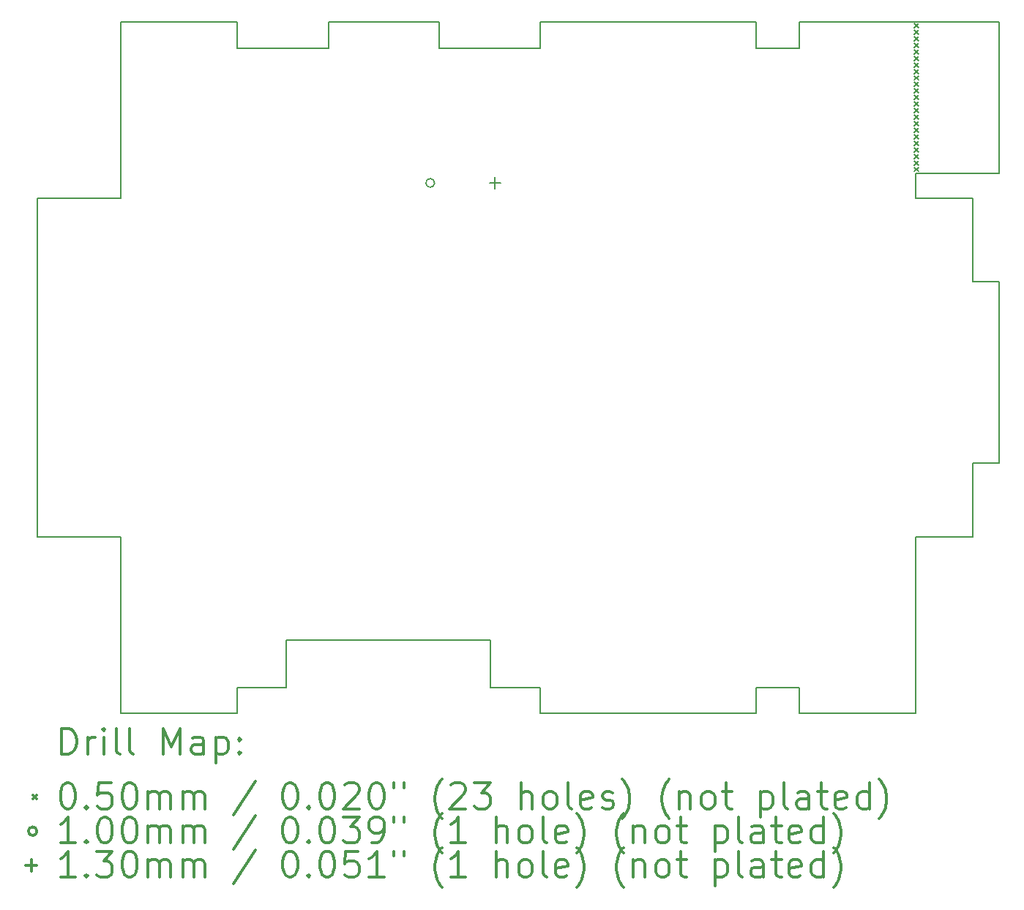
<source format=gbr>
%FSLAX45Y45*%
G04 Gerber Fmt 4.5, Leading zero omitted, Abs format (unit mm)*
G04 Created by KiCad (PCBNEW (5.1.9-0-10_14)) date 2021-05-14 21:18:39*
%MOMM*%
%LPD*%
G01*
G04 APERTURE LIST*
%TA.AperFunction,Profile*%
%ADD10C,0.150000*%
%TD*%
%ADD11C,0.200000*%
%ADD12C,0.300000*%
G04 APERTURE END LIST*
D10*
X11780000Y-11000000D02*
X11780000Y-8960000D01*
X10430000Y-11000000D02*
X11780000Y-11000000D01*
X11780000Y-3000000D02*
X12740000Y-3000000D01*
X12440000Y-5040000D02*
X11780000Y-5040000D01*
X6860000Y-10700000D02*
X7430000Y-10700000D01*
X4500000Y-10150000D02*
X6860000Y-10150000D01*
X6860000Y-10700000D02*
X6860000Y-10150000D01*
X4500000Y-10700000D02*
X4500000Y-10150000D01*
X6268000Y-3300000D02*
X7430000Y-3300000D01*
X4984000Y-3000000D02*
X6268000Y-3000000D01*
X6268000Y-3300000D02*
X6268000Y-3000000D01*
X4984000Y-3000000D02*
X4984000Y-3300000D01*
X12440000Y-8100000D02*
X12440000Y-8960000D01*
X12440000Y-8100000D02*
X12740000Y-8100000D01*
X12440000Y-6000000D02*
X12740000Y-6000000D01*
X12740000Y-6000000D02*
X12740000Y-8100000D01*
X11780000Y-4750000D02*
X12740000Y-4750000D01*
X12740000Y-3000000D02*
X12740000Y-4750000D01*
X7430000Y-11000000D02*
X9930000Y-11000000D01*
X2580000Y-11000000D02*
X3930000Y-11000000D01*
X10430000Y-3000000D02*
X11780000Y-3000000D01*
X7430000Y-3000000D02*
X9930000Y-3000000D01*
X2580000Y-3000000D02*
X3930000Y-3000000D01*
X10430000Y-11000000D02*
X10430000Y-10700000D01*
X9930000Y-10700000D02*
X10430000Y-10700000D01*
X9930000Y-10700000D02*
X9930000Y-11000000D01*
X3930000Y-10700000D02*
X4500000Y-10700000D01*
X7430000Y-11000000D02*
X7430000Y-10700000D01*
X3930000Y-10700000D02*
X3930000Y-11000000D01*
X10430000Y-3300000D02*
X10430000Y-3000000D01*
X9930000Y-3300000D02*
X10430000Y-3300000D01*
X9930000Y-3000000D02*
X9930000Y-3300000D01*
X3930000Y-3300000D02*
X4984000Y-3300000D01*
X7430000Y-3300000D02*
X7430000Y-3000000D01*
X3930000Y-3000000D02*
X3930000Y-3300000D01*
X12440000Y-5040000D02*
X12440000Y-6000000D01*
X11780000Y-8960000D02*
X12440000Y-8960000D01*
X11780000Y-4750000D02*
X11780000Y-5040000D01*
X2580000Y-8960000D02*
X2580000Y-11000000D01*
X1620000Y-8960000D02*
X2580000Y-8960000D01*
X2580000Y-5040000D02*
X2580000Y-3000000D01*
X1620000Y-5040000D02*
X2580000Y-5040000D01*
X1620000Y-5040000D02*
X1620000Y-8960000D01*
D11*
X11757000Y-3015000D02*
X11807000Y-3065000D01*
X11807000Y-3015000D02*
X11757000Y-3065000D01*
X11757000Y-3166182D02*
X11807000Y-3216182D01*
X11807000Y-3166182D02*
X11757000Y-3216182D01*
X11757000Y-3241773D02*
X11807000Y-3291773D01*
X11807000Y-3241773D02*
X11757000Y-3291773D01*
X11757000Y-3317364D02*
X11807000Y-3367364D01*
X11807000Y-3317364D02*
X11757000Y-3367364D01*
X11757000Y-3392954D02*
X11807000Y-3442954D01*
X11807000Y-3392954D02*
X11757000Y-3442954D01*
X11757000Y-3468545D02*
X11807000Y-3518545D01*
X11807000Y-3468545D02*
X11757000Y-3518545D01*
X11757000Y-3544136D02*
X11807000Y-3594136D01*
X11807000Y-3544136D02*
X11757000Y-3594136D01*
X11757000Y-3695318D02*
X11807000Y-3745318D01*
X11807000Y-3695318D02*
X11757000Y-3745318D01*
X11757000Y-3770909D02*
X11807000Y-3820909D01*
X11807000Y-3770909D02*
X11757000Y-3820909D01*
X11757000Y-3846500D02*
X11807000Y-3896500D01*
X11807000Y-3846500D02*
X11757000Y-3896500D01*
X11757000Y-3922091D02*
X11807000Y-3972091D01*
X11807000Y-3922091D02*
X11757000Y-3972091D01*
X11757000Y-3997682D02*
X11807000Y-4047682D01*
X11807000Y-3997682D02*
X11757000Y-4047682D01*
X11757000Y-4073273D02*
X11807000Y-4123273D01*
X11807000Y-4073273D02*
X11757000Y-4123273D01*
X11757000Y-4224454D02*
X11807000Y-4274454D01*
X11807000Y-4224454D02*
X11757000Y-4274454D01*
X11757000Y-4300045D02*
X11807000Y-4350045D01*
X11807000Y-4300045D02*
X11757000Y-4350045D01*
X11757000Y-4375636D02*
X11807000Y-4425636D01*
X11807000Y-4375636D02*
X11757000Y-4425636D01*
X11757000Y-4451227D02*
X11807000Y-4501227D01*
X11807000Y-4451227D02*
X11757000Y-4501227D01*
X11757000Y-4526818D02*
X11807000Y-4576818D01*
X11807000Y-4526818D02*
X11757000Y-4576818D01*
X11757000Y-4602409D02*
X11807000Y-4652409D01*
X11807000Y-4602409D02*
X11757000Y-4652409D01*
X11759000Y-3090591D02*
X11809000Y-3140591D01*
X11809000Y-3090591D02*
X11759000Y-3140591D01*
X11759000Y-3619727D02*
X11809000Y-3669727D01*
X11809000Y-3619727D02*
X11759000Y-3669727D01*
X11759000Y-4148863D02*
X11809000Y-4198864D01*
X11809000Y-4148863D02*
X11759000Y-4198864D01*
X11759000Y-4678000D02*
X11809000Y-4728000D01*
X11809000Y-4678000D02*
X11759000Y-4728000D01*
X6212000Y-4860000D02*
G75*
G03*
X6212000Y-4860000I-50000J0D01*
G01*
X6912000Y-4795000D02*
X6912000Y-4925000D01*
X6847000Y-4860000D02*
X6977000Y-4860000D01*
D12*
X1898928Y-11473214D02*
X1898928Y-11173214D01*
X1970357Y-11173214D01*
X2013214Y-11187500D01*
X2041786Y-11216071D01*
X2056071Y-11244643D01*
X2070357Y-11301786D01*
X2070357Y-11344643D01*
X2056071Y-11401786D01*
X2041786Y-11430357D01*
X2013214Y-11458929D01*
X1970357Y-11473214D01*
X1898928Y-11473214D01*
X2198928Y-11473214D02*
X2198928Y-11273214D01*
X2198928Y-11330357D02*
X2213214Y-11301786D01*
X2227500Y-11287500D01*
X2256071Y-11273214D01*
X2284643Y-11273214D01*
X2384643Y-11473214D02*
X2384643Y-11273214D01*
X2384643Y-11173214D02*
X2370357Y-11187500D01*
X2384643Y-11201786D01*
X2398928Y-11187500D01*
X2384643Y-11173214D01*
X2384643Y-11201786D01*
X2570357Y-11473214D02*
X2541786Y-11458929D01*
X2527500Y-11430357D01*
X2527500Y-11173214D01*
X2727500Y-11473214D02*
X2698928Y-11458929D01*
X2684643Y-11430357D01*
X2684643Y-11173214D01*
X3070357Y-11473214D02*
X3070357Y-11173214D01*
X3170357Y-11387500D01*
X3270357Y-11173214D01*
X3270357Y-11473214D01*
X3541786Y-11473214D02*
X3541786Y-11316071D01*
X3527500Y-11287500D01*
X3498928Y-11273214D01*
X3441786Y-11273214D01*
X3413214Y-11287500D01*
X3541786Y-11458929D02*
X3513214Y-11473214D01*
X3441786Y-11473214D01*
X3413214Y-11458929D01*
X3398928Y-11430357D01*
X3398928Y-11401786D01*
X3413214Y-11373214D01*
X3441786Y-11358929D01*
X3513214Y-11358929D01*
X3541786Y-11344643D01*
X3684643Y-11273214D02*
X3684643Y-11573214D01*
X3684643Y-11287500D02*
X3713214Y-11273214D01*
X3770357Y-11273214D01*
X3798928Y-11287500D01*
X3813214Y-11301786D01*
X3827500Y-11330357D01*
X3827500Y-11416071D01*
X3813214Y-11444643D01*
X3798928Y-11458929D01*
X3770357Y-11473214D01*
X3713214Y-11473214D01*
X3684643Y-11458929D01*
X3956071Y-11444643D02*
X3970357Y-11458929D01*
X3956071Y-11473214D01*
X3941786Y-11458929D01*
X3956071Y-11444643D01*
X3956071Y-11473214D01*
X3956071Y-11287500D02*
X3970357Y-11301786D01*
X3956071Y-11316071D01*
X3941786Y-11301786D01*
X3956071Y-11287500D01*
X3956071Y-11316071D01*
X1562500Y-11942500D02*
X1612500Y-11992500D01*
X1612500Y-11942500D02*
X1562500Y-11992500D01*
X1956071Y-11803214D02*
X1984643Y-11803214D01*
X2013214Y-11817500D01*
X2027500Y-11831786D01*
X2041786Y-11860357D01*
X2056071Y-11917500D01*
X2056071Y-11988929D01*
X2041786Y-12046071D01*
X2027500Y-12074643D01*
X2013214Y-12088929D01*
X1984643Y-12103214D01*
X1956071Y-12103214D01*
X1927500Y-12088929D01*
X1913214Y-12074643D01*
X1898928Y-12046071D01*
X1884643Y-11988929D01*
X1884643Y-11917500D01*
X1898928Y-11860357D01*
X1913214Y-11831786D01*
X1927500Y-11817500D01*
X1956071Y-11803214D01*
X2184643Y-12074643D02*
X2198928Y-12088929D01*
X2184643Y-12103214D01*
X2170357Y-12088929D01*
X2184643Y-12074643D01*
X2184643Y-12103214D01*
X2470357Y-11803214D02*
X2327500Y-11803214D01*
X2313214Y-11946071D01*
X2327500Y-11931786D01*
X2356071Y-11917500D01*
X2427500Y-11917500D01*
X2456071Y-11931786D01*
X2470357Y-11946071D01*
X2484643Y-11974643D01*
X2484643Y-12046071D01*
X2470357Y-12074643D01*
X2456071Y-12088929D01*
X2427500Y-12103214D01*
X2356071Y-12103214D01*
X2327500Y-12088929D01*
X2313214Y-12074643D01*
X2670357Y-11803214D02*
X2698928Y-11803214D01*
X2727500Y-11817500D01*
X2741786Y-11831786D01*
X2756071Y-11860357D01*
X2770357Y-11917500D01*
X2770357Y-11988929D01*
X2756071Y-12046071D01*
X2741786Y-12074643D01*
X2727500Y-12088929D01*
X2698928Y-12103214D01*
X2670357Y-12103214D01*
X2641786Y-12088929D01*
X2627500Y-12074643D01*
X2613214Y-12046071D01*
X2598928Y-11988929D01*
X2598928Y-11917500D01*
X2613214Y-11860357D01*
X2627500Y-11831786D01*
X2641786Y-11817500D01*
X2670357Y-11803214D01*
X2898928Y-12103214D02*
X2898928Y-11903214D01*
X2898928Y-11931786D02*
X2913214Y-11917500D01*
X2941786Y-11903214D01*
X2984643Y-11903214D01*
X3013214Y-11917500D01*
X3027500Y-11946071D01*
X3027500Y-12103214D01*
X3027500Y-11946071D02*
X3041786Y-11917500D01*
X3070357Y-11903214D01*
X3113214Y-11903214D01*
X3141786Y-11917500D01*
X3156071Y-11946071D01*
X3156071Y-12103214D01*
X3298928Y-12103214D02*
X3298928Y-11903214D01*
X3298928Y-11931786D02*
X3313214Y-11917500D01*
X3341786Y-11903214D01*
X3384643Y-11903214D01*
X3413214Y-11917500D01*
X3427500Y-11946071D01*
X3427500Y-12103214D01*
X3427500Y-11946071D02*
X3441786Y-11917500D01*
X3470357Y-11903214D01*
X3513214Y-11903214D01*
X3541786Y-11917500D01*
X3556071Y-11946071D01*
X3556071Y-12103214D01*
X4141786Y-11788929D02*
X3884643Y-12174643D01*
X4527500Y-11803214D02*
X4556071Y-11803214D01*
X4584643Y-11817500D01*
X4598928Y-11831786D01*
X4613214Y-11860357D01*
X4627500Y-11917500D01*
X4627500Y-11988929D01*
X4613214Y-12046071D01*
X4598928Y-12074643D01*
X4584643Y-12088929D01*
X4556071Y-12103214D01*
X4527500Y-12103214D01*
X4498928Y-12088929D01*
X4484643Y-12074643D01*
X4470357Y-12046071D01*
X4456071Y-11988929D01*
X4456071Y-11917500D01*
X4470357Y-11860357D01*
X4484643Y-11831786D01*
X4498928Y-11817500D01*
X4527500Y-11803214D01*
X4756071Y-12074643D02*
X4770357Y-12088929D01*
X4756071Y-12103214D01*
X4741786Y-12088929D01*
X4756071Y-12074643D01*
X4756071Y-12103214D01*
X4956071Y-11803214D02*
X4984643Y-11803214D01*
X5013214Y-11817500D01*
X5027500Y-11831786D01*
X5041786Y-11860357D01*
X5056071Y-11917500D01*
X5056071Y-11988929D01*
X5041786Y-12046071D01*
X5027500Y-12074643D01*
X5013214Y-12088929D01*
X4984643Y-12103214D01*
X4956071Y-12103214D01*
X4927500Y-12088929D01*
X4913214Y-12074643D01*
X4898928Y-12046071D01*
X4884643Y-11988929D01*
X4884643Y-11917500D01*
X4898928Y-11860357D01*
X4913214Y-11831786D01*
X4927500Y-11817500D01*
X4956071Y-11803214D01*
X5170357Y-11831786D02*
X5184643Y-11817500D01*
X5213214Y-11803214D01*
X5284643Y-11803214D01*
X5313214Y-11817500D01*
X5327500Y-11831786D01*
X5341786Y-11860357D01*
X5341786Y-11888929D01*
X5327500Y-11931786D01*
X5156071Y-12103214D01*
X5341786Y-12103214D01*
X5527500Y-11803214D02*
X5556071Y-11803214D01*
X5584643Y-11817500D01*
X5598928Y-11831786D01*
X5613214Y-11860357D01*
X5627500Y-11917500D01*
X5627500Y-11988929D01*
X5613214Y-12046071D01*
X5598928Y-12074643D01*
X5584643Y-12088929D01*
X5556071Y-12103214D01*
X5527500Y-12103214D01*
X5498928Y-12088929D01*
X5484643Y-12074643D01*
X5470357Y-12046071D01*
X5456071Y-11988929D01*
X5456071Y-11917500D01*
X5470357Y-11860357D01*
X5484643Y-11831786D01*
X5498928Y-11817500D01*
X5527500Y-11803214D01*
X5741786Y-11803214D02*
X5741786Y-11860357D01*
X5856071Y-11803214D02*
X5856071Y-11860357D01*
X6298928Y-12217500D02*
X6284643Y-12203214D01*
X6256071Y-12160357D01*
X6241786Y-12131786D01*
X6227500Y-12088929D01*
X6213214Y-12017500D01*
X6213214Y-11960357D01*
X6227500Y-11888929D01*
X6241786Y-11846071D01*
X6256071Y-11817500D01*
X6284643Y-11774643D01*
X6298928Y-11760357D01*
X6398928Y-11831786D02*
X6413214Y-11817500D01*
X6441786Y-11803214D01*
X6513214Y-11803214D01*
X6541786Y-11817500D01*
X6556071Y-11831786D01*
X6570357Y-11860357D01*
X6570357Y-11888929D01*
X6556071Y-11931786D01*
X6384643Y-12103214D01*
X6570357Y-12103214D01*
X6670357Y-11803214D02*
X6856071Y-11803214D01*
X6756071Y-11917500D01*
X6798928Y-11917500D01*
X6827500Y-11931786D01*
X6841786Y-11946071D01*
X6856071Y-11974643D01*
X6856071Y-12046071D01*
X6841786Y-12074643D01*
X6827500Y-12088929D01*
X6798928Y-12103214D01*
X6713214Y-12103214D01*
X6684643Y-12088929D01*
X6670357Y-12074643D01*
X7213214Y-12103214D02*
X7213214Y-11803214D01*
X7341786Y-12103214D02*
X7341786Y-11946071D01*
X7327500Y-11917500D01*
X7298928Y-11903214D01*
X7256071Y-11903214D01*
X7227500Y-11917500D01*
X7213214Y-11931786D01*
X7527500Y-12103214D02*
X7498928Y-12088929D01*
X7484643Y-12074643D01*
X7470357Y-12046071D01*
X7470357Y-11960357D01*
X7484643Y-11931786D01*
X7498928Y-11917500D01*
X7527500Y-11903214D01*
X7570357Y-11903214D01*
X7598928Y-11917500D01*
X7613214Y-11931786D01*
X7627500Y-11960357D01*
X7627500Y-12046071D01*
X7613214Y-12074643D01*
X7598928Y-12088929D01*
X7570357Y-12103214D01*
X7527500Y-12103214D01*
X7798928Y-12103214D02*
X7770357Y-12088929D01*
X7756071Y-12060357D01*
X7756071Y-11803214D01*
X8027500Y-12088929D02*
X7998928Y-12103214D01*
X7941786Y-12103214D01*
X7913214Y-12088929D01*
X7898928Y-12060357D01*
X7898928Y-11946071D01*
X7913214Y-11917500D01*
X7941786Y-11903214D01*
X7998928Y-11903214D01*
X8027500Y-11917500D01*
X8041786Y-11946071D01*
X8041786Y-11974643D01*
X7898928Y-12003214D01*
X8156071Y-12088929D02*
X8184643Y-12103214D01*
X8241786Y-12103214D01*
X8270357Y-12088929D01*
X8284643Y-12060357D01*
X8284643Y-12046071D01*
X8270357Y-12017500D01*
X8241786Y-12003214D01*
X8198928Y-12003214D01*
X8170357Y-11988929D01*
X8156071Y-11960357D01*
X8156071Y-11946071D01*
X8170357Y-11917500D01*
X8198928Y-11903214D01*
X8241786Y-11903214D01*
X8270357Y-11917500D01*
X8384643Y-12217500D02*
X8398928Y-12203214D01*
X8427500Y-12160357D01*
X8441786Y-12131786D01*
X8456071Y-12088929D01*
X8470357Y-12017500D01*
X8470357Y-11960357D01*
X8456071Y-11888929D01*
X8441786Y-11846071D01*
X8427500Y-11817500D01*
X8398928Y-11774643D01*
X8384643Y-11760357D01*
X8927500Y-12217500D02*
X8913214Y-12203214D01*
X8884643Y-12160357D01*
X8870357Y-12131786D01*
X8856071Y-12088929D01*
X8841786Y-12017500D01*
X8841786Y-11960357D01*
X8856071Y-11888929D01*
X8870357Y-11846071D01*
X8884643Y-11817500D01*
X8913214Y-11774643D01*
X8927500Y-11760357D01*
X9041786Y-11903214D02*
X9041786Y-12103214D01*
X9041786Y-11931786D02*
X9056071Y-11917500D01*
X9084643Y-11903214D01*
X9127500Y-11903214D01*
X9156071Y-11917500D01*
X9170357Y-11946071D01*
X9170357Y-12103214D01*
X9356071Y-12103214D02*
X9327500Y-12088929D01*
X9313214Y-12074643D01*
X9298928Y-12046071D01*
X9298928Y-11960357D01*
X9313214Y-11931786D01*
X9327500Y-11917500D01*
X9356071Y-11903214D01*
X9398928Y-11903214D01*
X9427500Y-11917500D01*
X9441786Y-11931786D01*
X9456071Y-11960357D01*
X9456071Y-12046071D01*
X9441786Y-12074643D01*
X9427500Y-12088929D01*
X9398928Y-12103214D01*
X9356071Y-12103214D01*
X9541786Y-11903214D02*
X9656071Y-11903214D01*
X9584643Y-11803214D02*
X9584643Y-12060357D01*
X9598928Y-12088929D01*
X9627500Y-12103214D01*
X9656071Y-12103214D01*
X9984643Y-11903214D02*
X9984643Y-12203214D01*
X9984643Y-11917500D02*
X10013214Y-11903214D01*
X10070357Y-11903214D01*
X10098928Y-11917500D01*
X10113214Y-11931786D01*
X10127500Y-11960357D01*
X10127500Y-12046071D01*
X10113214Y-12074643D01*
X10098928Y-12088929D01*
X10070357Y-12103214D01*
X10013214Y-12103214D01*
X9984643Y-12088929D01*
X10298928Y-12103214D02*
X10270357Y-12088929D01*
X10256071Y-12060357D01*
X10256071Y-11803214D01*
X10541786Y-12103214D02*
X10541786Y-11946071D01*
X10527500Y-11917500D01*
X10498928Y-11903214D01*
X10441786Y-11903214D01*
X10413214Y-11917500D01*
X10541786Y-12088929D02*
X10513214Y-12103214D01*
X10441786Y-12103214D01*
X10413214Y-12088929D01*
X10398928Y-12060357D01*
X10398928Y-12031786D01*
X10413214Y-12003214D01*
X10441786Y-11988929D01*
X10513214Y-11988929D01*
X10541786Y-11974643D01*
X10641786Y-11903214D02*
X10756071Y-11903214D01*
X10684643Y-11803214D02*
X10684643Y-12060357D01*
X10698928Y-12088929D01*
X10727500Y-12103214D01*
X10756071Y-12103214D01*
X10970357Y-12088929D02*
X10941786Y-12103214D01*
X10884643Y-12103214D01*
X10856071Y-12088929D01*
X10841786Y-12060357D01*
X10841786Y-11946071D01*
X10856071Y-11917500D01*
X10884643Y-11903214D01*
X10941786Y-11903214D01*
X10970357Y-11917500D01*
X10984643Y-11946071D01*
X10984643Y-11974643D01*
X10841786Y-12003214D01*
X11241786Y-12103214D02*
X11241786Y-11803214D01*
X11241786Y-12088929D02*
X11213214Y-12103214D01*
X11156071Y-12103214D01*
X11127500Y-12088929D01*
X11113214Y-12074643D01*
X11098928Y-12046071D01*
X11098928Y-11960357D01*
X11113214Y-11931786D01*
X11127500Y-11917500D01*
X11156071Y-11903214D01*
X11213214Y-11903214D01*
X11241786Y-11917500D01*
X11356071Y-12217500D02*
X11370357Y-12203214D01*
X11398928Y-12160357D01*
X11413214Y-12131786D01*
X11427500Y-12088929D01*
X11441786Y-12017500D01*
X11441786Y-11960357D01*
X11427500Y-11888929D01*
X11413214Y-11846071D01*
X11398928Y-11817500D01*
X11370357Y-11774643D01*
X11356071Y-11760357D01*
X1612500Y-12363500D02*
G75*
G03*
X1612500Y-12363500I-50000J0D01*
G01*
X2056071Y-12499214D02*
X1884643Y-12499214D01*
X1970357Y-12499214D02*
X1970357Y-12199214D01*
X1941786Y-12242071D01*
X1913214Y-12270643D01*
X1884643Y-12284929D01*
X2184643Y-12470643D02*
X2198928Y-12484929D01*
X2184643Y-12499214D01*
X2170357Y-12484929D01*
X2184643Y-12470643D01*
X2184643Y-12499214D01*
X2384643Y-12199214D02*
X2413214Y-12199214D01*
X2441786Y-12213500D01*
X2456071Y-12227786D01*
X2470357Y-12256357D01*
X2484643Y-12313500D01*
X2484643Y-12384929D01*
X2470357Y-12442071D01*
X2456071Y-12470643D01*
X2441786Y-12484929D01*
X2413214Y-12499214D01*
X2384643Y-12499214D01*
X2356071Y-12484929D01*
X2341786Y-12470643D01*
X2327500Y-12442071D01*
X2313214Y-12384929D01*
X2313214Y-12313500D01*
X2327500Y-12256357D01*
X2341786Y-12227786D01*
X2356071Y-12213500D01*
X2384643Y-12199214D01*
X2670357Y-12199214D02*
X2698928Y-12199214D01*
X2727500Y-12213500D01*
X2741786Y-12227786D01*
X2756071Y-12256357D01*
X2770357Y-12313500D01*
X2770357Y-12384929D01*
X2756071Y-12442071D01*
X2741786Y-12470643D01*
X2727500Y-12484929D01*
X2698928Y-12499214D01*
X2670357Y-12499214D01*
X2641786Y-12484929D01*
X2627500Y-12470643D01*
X2613214Y-12442071D01*
X2598928Y-12384929D01*
X2598928Y-12313500D01*
X2613214Y-12256357D01*
X2627500Y-12227786D01*
X2641786Y-12213500D01*
X2670357Y-12199214D01*
X2898928Y-12499214D02*
X2898928Y-12299214D01*
X2898928Y-12327786D02*
X2913214Y-12313500D01*
X2941786Y-12299214D01*
X2984643Y-12299214D01*
X3013214Y-12313500D01*
X3027500Y-12342071D01*
X3027500Y-12499214D01*
X3027500Y-12342071D02*
X3041786Y-12313500D01*
X3070357Y-12299214D01*
X3113214Y-12299214D01*
X3141786Y-12313500D01*
X3156071Y-12342071D01*
X3156071Y-12499214D01*
X3298928Y-12499214D02*
X3298928Y-12299214D01*
X3298928Y-12327786D02*
X3313214Y-12313500D01*
X3341786Y-12299214D01*
X3384643Y-12299214D01*
X3413214Y-12313500D01*
X3427500Y-12342071D01*
X3427500Y-12499214D01*
X3427500Y-12342071D02*
X3441786Y-12313500D01*
X3470357Y-12299214D01*
X3513214Y-12299214D01*
X3541786Y-12313500D01*
X3556071Y-12342071D01*
X3556071Y-12499214D01*
X4141786Y-12184929D02*
X3884643Y-12570643D01*
X4527500Y-12199214D02*
X4556071Y-12199214D01*
X4584643Y-12213500D01*
X4598928Y-12227786D01*
X4613214Y-12256357D01*
X4627500Y-12313500D01*
X4627500Y-12384929D01*
X4613214Y-12442071D01*
X4598928Y-12470643D01*
X4584643Y-12484929D01*
X4556071Y-12499214D01*
X4527500Y-12499214D01*
X4498928Y-12484929D01*
X4484643Y-12470643D01*
X4470357Y-12442071D01*
X4456071Y-12384929D01*
X4456071Y-12313500D01*
X4470357Y-12256357D01*
X4484643Y-12227786D01*
X4498928Y-12213500D01*
X4527500Y-12199214D01*
X4756071Y-12470643D02*
X4770357Y-12484929D01*
X4756071Y-12499214D01*
X4741786Y-12484929D01*
X4756071Y-12470643D01*
X4756071Y-12499214D01*
X4956071Y-12199214D02*
X4984643Y-12199214D01*
X5013214Y-12213500D01*
X5027500Y-12227786D01*
X5041786Y-12256357D01*
X5056071Y-12313500D01*
X5056071Y-12384929D01*
X5041786Y-12442071D01*
X5027500Y-12470643D01*
X5013214Y-12484929D01*
X4984643Y-12499214D01*
X4956071Y-12499214D01*
X4927500Y-12484929D01*
X4913214Y-12470643D01*
X4898928Y-12442071D01*
X4884643Y-12384929D01*
X4884643Y-12313500D01*
X4898928Y-12256357D01*
X4913214Y-12227786D01*
X4927500Y-12213500D01*
X4956071Y-12199214D01*
X5156071Y-12199214D02*
X5341786Y-12199214D01*
X5241786Y-12313500D01*
X5284643Y-12313500D01*
X5313214Y-12327786D01*
X5327500Y-12342071D01*
X5341786Y-12370643D01*
X5341786Y-12442071D01*
X5327500Y-12470643D01*
X5313214Y-12484929D01*
X5284643Y-12499214D01*
X5198928Y-12499214D01*
X5170357Y-12484929D01*
X5156071Y-12470643D01*
X5484643Y-12499214D02*
X5541786Y-12499214D01*
X5570357Y-12484929D01*
X5584643Y-12470643D01*
X5613214Y-12427786D01*
X5627500Y-12370643D01*
X5627500Y-12256357D01*
X5613214Y-12227786D01*
X5598928Y-12213500D01*
X5570357Y-12199214D01*
X5513214Y-12199214D01*
X5484643Y-12213500D01*
X5470357Y-12227786D01*
X5456071Y-12256357D01*
X5456071Y-12327786D01*
X5470357Y-12356357D01*
X5484643Y-12370643D01*
X5513214Y-12384929D01*
X5570357Y-12384929D01*
X5598928Y-12370643D01*
X5613214Y-12356357D01*
X5627500Y-12327786D01*
X5741786Y-12199214D02*
X5741786Y-12256357D01*
X5856071Y-12199214D02*
X5856071Y-12256357D01*
X6298928Y-12613500D02*
X6284643Y-12599214D01*
X6256071Y-12556357D01*
X6241786Y-12527786D01*
X6227500Y-12484929D01*
X6213214Y-12413500D01*
X6213214Y-12356357D01*
X6227500Y-12284929D01*
X6241786Y-12242071D01*
X6256071Y-12213500D01*
X6284643Y-12170643D01*
X6298928Y-12156357D01*
X6570357Y-12499214D02*
X6398928Y-12499214D01*
X6484643Y-12499214D02*
X6484643Y-12199214D01*
X6456071Y-12242071D01*
X6427500Y-12270643D01*
X6398928Y-12284929D01*
X6927500Y-12499214D02*
X6927500Y-12199214D01*
X7056071Y-12499214D02*
X7056071Y-12342071D01*
X7041786Y-12313500D01*
X7013214Y-12299214D01*
X6970357Y-12299214D01*
X6941786Y-12313500D01*
X6927500Y-12327786D01*
X7241786Y-12499214D02*
X7213214Y-12484929D01*
X7198928Y-12470643D01*
X7184643Y-12442071D01*
X7184643Y-12356357D01*
X7198928Y-12327786D01*
X7213214Y-12313500D01*
X7241786Y-12299214D01*
X7284643Y-12299214D01*
X7313214Y-12313500D01*
X7327500Y-12327786D01*
X7341786Y-12356357D01*
X7341786Y-12442071D01*
X7327500Y-12470643D01*
X7313214Y-12484929D01*
X7284643Y-12499214D01*
X7241786Y-12499214D01*
X7513214Y-12499214D02*
X7484643Y-12484929D01*
X7470357Y-12456357D01*
X7470357Y-12199214D01*
X7741786Y-12484929D02*
X7713214Y-12499214D01*
X7656071Y-12499214D01*
X7627500Y-12484929D01*
X7613214Y-12456357D01*
X7613214Y-12342071D01*
X7627500Y-12313500D01*
X7656071Y-12299214D01*
X7713214Y-12299214D01*
X7741786Y-12313500D01*
X7756071Y-12342071D01*
X7756071Y-12370643D01*
X7613214Y-12399214D01*
X7856071Y-12613500D02*
X7870357Y-12599214D01*
X7898928Y-12556357D01*
X7913214Y-12527786D01*
X7927500Y-12484929D01*
X7941786Y-12413500D01*
X7941786Y-12356357D01*
X7927500Y-12284929D01*
X7913214Y-12242071D01*
X7898928Y-12213500D01*
X7870357Y-12170643D01*
X7856071Y-12156357D01*
X8398928Y-12613500D02*
X8384643Y-12599214D01*
X8356071Y-12556357D01*
X8341786Y-12527786D01*
X8327500Y-12484929D01*
X8313214Y-12413500D01*
X8313214Y-12356357D01*
X8327500Y-12284929D01*
X8341786Y-12242071D01*
X8356071Y-12213500D01*
X8384643Y-12170643D01*
X8398928Y-12156357D01*
X8513214Y-12299214D02*
X8513214Y-12499214D01*
X8513214Y-12327786D02*
X8527500Y-12313500D01*
X8556071Y-12299214D01*
X8598928Y-12299214D01*
X8627500Y-12313500D01*
X8641786Y-12342071D01*
X8641786Y-12499214D01*
X8827500Y-12499214D02*
X8798928Y-12484929D01*
X8784643Y-12470643D01*
X8770357Y-12442071D01*
X8770357Y-12356357D01*
X8784643Y-12327786D01*
X8798928Y-12313500D01*
X8827500Y-12299214D01*
X8870357Y-12299214D01*
X8898928Y-12313500D01*
X8913214Y-12327786D01*
X8927500Y-12356357D01*
X8927500Y-12442071D01*
X8913214Y-12470643D01*
X8898928Y-12484929D01*
X8870357Y-12499214D01*
X8827500Y-12499214D01*
X9013214Y-12299214D02*
X9127500Y-12299214D01*
X9056071Y-12199214D02*
X9056071Y-12456357D01*
X9070357Y-12484929D01*
X9098928Y-12499214D01*
X9127500Y-12499214D01*
X9456071Y-12299214D02*
X9456071Y-12599214D01*
X9456071Y-12313500D02*
X9484643Y-12299214D01*
X9541786Y-12299214D01*
X9570357Y-12313500D01*
X9584643Y-12327786D01*
X9598928Y-12356357D01*
X9598928Y-12442071D01*
X9584643Y-12470643D01*
X9570357Y-12484929D01*
X9541786Y-12499214D01*
X9484643Y-12499214D01*
X9456071Y-12484929D01*
X9770357Y-12499214D02*
X9741786Y-12484929D01*
X9727500Y-12456357D01*
X9727500Y-12199214D01*
X10013214Y-12499214D02*
X10013214Y-12342071D01*
X9998928Y-12313500D01*
X9970357Y-12299214D01*
X9913214Y-12299214D01*
X9884643Y-12313500D01*
X10013214Y-12484929D02*
X9984643Y-12499214D01*
X9913214Y-12499214D01*
X9884643Y-12484929D01*
X9870357Y-12456357D01*
X9870357Y-12427786D01*
X9884643Y-12399214D01*
X9913214Y-12384929D01*
X9984643Y-12384929D01*
X10013214Y-12370643D01*
X10113214Y-12299214D02*
X10227500Y-12299214D01*
X10156071Y-12199214D02*
X10156071Y-12456357D01*
X10170357Y-12484929D01*
X10198928Y-12499214D01*
X10227500Y-12499214D01*
X10441786Y-12484929D02*
X10413214Y-12499214D01*
X10356071Y-12499214D01*
X10327500Y-12484929D01*
X10313214Y-12456357D01*
X10313214Y-12342071D01*
X10327500Y-12313500D01*
X10356071Y-12299214D01*
X10413214Y-12299214D01*
X10441786Y-12313500D01*
X10456071Y-12342071D01*
X10456071Y-12370643D01*
X10313214Y-12399214D01*
X10713214Y-12499214D02*
X10713214Y-12199214D01*
X10713214Y-12484929D02*
X10684643Y-12499214D01*
X10627500Y-12499214D01*
X10598928Y-12484929D01*
X10584643Y-12470643D01*
X10570357Y-12442071D01*
X10570357Y-12356357D01*
X10584643Y-12327786D01*
X10598928Y-12313500D01*
X10627500Y-12299214D01*
X10684643Y-12299214D01*
X10713214Y-12313500D01*
X10827500Y-12613500D02*
X10841786Y-12599214D01*
X10870357Y-12556357D01*
X10884643Y-12527786D01*
X10898928Y-12484929D01*
X10913214Y-12413500D01*
X10913214Y-12356357D01*
X10898928Y-12284929D01*
X10884643Y-12242071D01*
X10870357Y-12213500D01*
X10841786Y-12170643D01*
X10827500Y-12156357D01*
X1547500Y-12694500D02*
X1547500Y-12824500D01*
X1482500Y-12759500D02*
X1612500Y-12759500D01*
X2056071Y-12895214D02*
X1884643Y-12895214D01*
X1970357Y-12895214D02*
X1970357Y-12595214D01*
X1941786Y-12638071D01*
X1913214Y-12666643D01*
X1884643Y-12680929D01*
X2184643Y-12866643D02*
X2198928Y-12880929D01*
X2184643Y-12895214D01*
X2170357Y-12880929D01*
X2184643Y-12866643D01*
X2184643Y-12895214D01*
X2298928Y-12595214D02*
X2484643Y-12595214D01*
X2384643Y-12709500D01*
X2427500Y-12709500D01*
X2456071Y-12723786D01*
X2470357Y-12738071D01*
X2484643Y-12766643D01*
X2484643Y-12838071D01*
X2470357Y-12866643D01*
X2456071Y-12880929D01*
X2427500Y-12895214D01*
X2341786Y-12895214D01*
X2313214Y-12880929D01*
X2298928Y-12866643D01*
X2670357Y-12595214D02*
X2698928Y-12595214D01*
X2727500Y-12609500D01*
X2741786Y-12623786D01*
X2756071Y-12652357D01*
X2770357Y-12709500D01*
X2770357Y-12780929D01*
X2756071Y-12838071D01*
X2741786Y-12866643D01*
X2727500Y-12880929D01*
X2698928Y-12895214D01*
X2670357Y-12895214D01*
X2641786Y-12880929D01*
X2627500Y-12866643D01*
X2613214Y-12838071D01*
X2598928Y-12780929D01*
X2598928Y-12709500D01*
X2613214Y-12652357D01*
X2627500Y-12623786D01*
X2641786Y-12609500D01*
X2670357Y-12595214D01*
X2898928Y-12895214D02*
X2898928Y-12695214D01*
X2898928Y-12723786D02*
X2913214Y-12709500D01*
X2941786Y-12695214D01*
X2984643Y-12695214D01*
X3013214Y-12709500D01*
X3027500Y-12738071D01*
X3027500Y-12895214D01*
X3027500Y-12738071D02*
X3041786Y-12709500D01*
X3070357Y-12695214D01*
X3113214Y-12695214D01*
X3141786Y-12709500D01*
X3156071Y-12738071D01*
X3156071Y-12895214D01*
X3298928Y-12895214D02*
X3298928Y-12695214D01*
X3298928Y-12723786D02*
X3313214Y-12709500D01*
X3341786Y-12695214D01*
X3384643Y-12695214D01*
X3413214Y-12709500D01*
X3427500Y-12738071D01*
X3427500Y-12895214D01*
X3427500Y-12738071D02*
X3441786Y-12709500D01*
X3470357Y-12695214D01*
X3513214Y-12695214D01*
X3541786Y-12709500D01*
X3556071Y-12738071D01*
X3556071Y-12895214D01*
X4141786Y-12580929D02*
X3884643Y-12966643D01*
X4527500Y-12595214D02*
X4556071Y-12595214D01*
X4584643Y-12609500D01*
X4598928Y-12623786D01*
X4613214Y-12652357D01*
X4627500Y-12709500D01*
X4627500Y-12780929D01*
X4613214Y-12838071D01*
X4598928Y-12866643D01*
X4584643Y-12880929D01*
X4556071Y-12895214D01*
X4527500Y-12895214D01*
X4498928Y-12880929D01*
X4484643Y-12866643D01*
X4470357Y-12838071D01*
X4456071Y-12780929D01*
X4456071Y-12709500D01*
X4470357Y-12652357D01*
X4484643Y-12623786D01*
X4498928Y-12609500D01*
X4527500Y-12595214D01*
X4756071Y-12866643D02*
X4770357Y-12880929D01*
X4756071Y-12895214D01*
X4741786Y-12880929D01*
X4756071Y-12866643D01*
X4756071Y-12895214D01*
X4956071Y-12595214D02*
X4984643Y-12595214D01*
X5013214Y-12609500D01*
X5027500Y-12623786D01*
X5041786Y-12652357D01*
X5056071Y-12709500D01*
X5056071Y-12780929D01*
X5041786Y-12838071D01*
X5027500Y-12866643D01*
X5013214Y-12880929D01*
X4984643Y-12895214D01*
X4956071Y-12895214D01*
X4927500Y-12880929D01*
X4913214Y-12866643D01*
X4898928Y-12838071D01*
X4884643Y-12780929D01*
X4884643Y-12709500D01*
X4898928Y-12652357D01*
X4913214Y-12623786D01*
X4927500Y-12609500D01*
X4956071Y-12595214D01*
X5327500Y-12595214D02*
X5184643Y-12595214D01*
X5170357Y-12738071D01*
X5184643Y-12723786D01*
X5213214Y-12709500D01*
X5284643Y-12709500D01*
X5313214Y-12723786D01*
X5327500Y-12738071D01*
X5341786Y-12766643D01*
X5341786Y-12838071D01*
X5327500Y-12866643D01*
X5313214Y-12880929D01*
X5284643Y-12895214D01*
X5213214Y-12895214D01*
X5184643Y-12880929D01*
X5170357Y-12866643D01*
X5627500Y-12895214D02*
X5456071Y-12895214D01*
X5541786Y-12895214D02*
X5541786Y-12595214D01*
X5513214Y-12638071D01*
X5484643Y-12666643D01*
X5456071Y-12680929D01*
X5741786Y-12595214D02*
X5741786Y-12652357D01*
X5856071Y-12595214D02*
X5856071Y-12652357D01*
X6298928Y-13009500D02*
X6284643Y-12995214D01*
X6256071Y-12952357D01*
X6241786Y-12923786D01*
X6227500Y-12880929D01*
X6213214Y-12809500D01*
X6213214Y-12752357D01*
X6227500Y-12680929D01*
X6241786Y-12638071D01*
X6256071Y-12609500D01*
X6284643Y-12566643D01*
X6298928Y-12552357D01*
X6570357Y-12895214D02*
X6398928Y-12895214D01*
X6484643Y-12895214D02*
X6484643Y-12595214D01*
X6456071Y-12638071D01*
X6427500Y-12666643D01*
X6398928Y-12680929D01*
X6927500Y-12895214D02*
X6927500Y-12595214D01*
X7056071Y-12895214D02*
X7056071Y-12738071D01*
X7041786Y-12709500D01*
X7013214Y-12695214D01*
X6970357Y-12695214D01*
X6941786Y-12709500D01*
X6927500Y-12723786D01*
X7241786Y-12895214D02*
X7213214Y-12880929D01*
X7198928Y-12866643D01*
X7184643Y-12838071D01*
X7184643Y-12752357D01*
X7198928Y-12723786D01*
X7213214Y-12709500D01*
X7241786Y-12695214D01*
X7284643Y-12695214D01*
X7313214Y-12709500D01*
X7327500Y-12723786D01*
X7341786Y-12752357D01*
X7341786Y-12838071D01*
X7327500Y-12866643D01*
X7313214Y-12880929D01*
X7284643Y-12895214D01*
X7241786Y-12895214D01*
X7513214Y-12895214D02*
X7484643Y-12880929D01*
X7470357Y-12852357D01*
X7470357Y-12595214D01*
X7741786Y-12880929D02*
X7713214Y-12895214D01*
X7656071Y-12895214D01*
X7627500Y-12880929D01*
X7613214Y-12852357D01*
X7613214Y-12738071D01*
X7627500Y-12709500D01*
X7656071Y-12695214D01*
X7713214Y-12695214D01*
X7741786Y-12709500D01*
X7756071Y-12738071D01*
X7756071Y-12766643D01*
X7613214Y-12795214D01*
X7856071Y-13009500D02*
X7870357Y-12995214D01*
X7898928Y-12952357D01*
X7913214Y-12923786D01*
X7927500Y-12880929D01*
X7941786Y-12809500D01*
X7941786Y-12752357D01*
X7927500Y-12680929D01*
X7913214Y-12638071D01*
X7898928Y-12609500D01*
X7870357Y-12566643D01*
X7856071Y-12552357D01*
X8398928Y-13009500D02*
X8384643Y-12995214D01*
X8356071Y-12952357D01*
X8341786Y-12923786D01*
X8327500Y-12880929D01*
X8313214Y-12809500D01*
X8313214Y-12752357D01*
X8327500Y-12680929D01*
X8341786Y-12638071D01*
X8356071Y-12609500D01*
X8384643Y-12566643D01*
X8398928Y-12552357D01*
X8513214Y-12695214D02*
X8513214Y-12895214D01*
X8513214Y-12723786D02*
X8527500Y-12709500D01*
X8556071Y-12695214D01*
X8598928Y-12695214D01*
X8627500Y-12709500D01*
X8641786Y-12738071D01*
X8641786Y-12895214D01*
X8827500Y-12895214D02*
X8798928Y-12880929D01*
X8784643Y-12866643D01*
X8770357Y-12838071D01*
X8770357Y-12752357D01*
X8784643Y-12723786D01*
X8798928Y-12709500D01*
X8827500Y-12695214D01*
X8870357Y-12695214D01*
X8898928Y-12709500D01*
X8913214Y-12723786D01*
X8927500Y-12752357D01*
X8927500Y-12838071D01*
X8913214Y-12866643D01*
X8898928Y-12880929D01*
X8870357Y-12895214D01*
X8827500Y-12895214D01*
X9013214Y-12695214D02*
X9127500Y-12695214D01*
X9056071Y-12595214D02*
X9056071Y-12852357D01*
X9070357Y-12880929D01*
X9098928Y-12895214D01*
X9127500Y-12895214D01*
X9456071Y-12695214D02*
X9456071Y-12995214D01*
X9456071Y-12709500D02*
X9484643Y-12695214D01*
X9541786Y-12695214D01*
X9570357Y-12709500D01*
X9584643Y-12723786D01*
X9598928Y-12752357D01*
X9598928Y-12838071D01*
X9584643Y-12866643D01*
X9570357Y-12880929D01*
X9541786Y-12895214D01*
X9484643Y-12895214D01*
X9456071Y-12880929D01*
X9770357Y-12895214D02*
X9741786Y-12880929D01*
X9727500Y-12852357D01*
X9727500Y-12595214D01*
X10013214Y-12895214D02*
X10013214Y-12738071D01*
X9998928Y-12709500D01*
X9970357Y-12695214D01*
X9913214Y-12695214D01*
X9884643Y-12709500D01*
X10013214Y-12880929D02*
X9984643Y-12895214D01*
X9913214Y-12895214D01*
X9884643Y-12880929D01*
X9870357Y-12852357D01*
X9870357Y-12823786D01*
X9884643Y-12795214D01*
X9913214Y-12780929D01*
X9984643Y-12780929D01*
X10013214Y-12766643D01*
X10113214Y-12695214D02*
X10227500Y-12695214D01*
X10156071Y-12595214D02*
X10156071Y-12852357D01*
X10170357Y-12880929D01*
X10198928Y-12895214D01*
X10227500Y-12895214D01*
X10441786Y-12880929D02*
X10413214Y-12895214D01*
X10356071Y-12895214D01*
X10327500Y-12880929D01*
X10313214Y-12852357D01*
X10313214Y-12738071D01*
X10327500Y-12709500D01*
X10356071Y-12695214D01*
X10413214Y-12695214D01*
X10441786Y-12709500D01*
X10456071Y-12738071D01*
X10456071Y-12766643D01*
X10313214Y-12795214D01*
X10713214Y-12895214D02*
X10713214Y-12595214D01*
X10713214Y-12880929D02*
X10684643Y-12895214D01*
X10627500Y-12895214D01*
X10598928Y-12880929D01*
X10584643Y-12866643D01*
X10570357Y-12838071D01*
X10570357Y-12752357D01*
X10584643Y-12723786D01*
X10598928Y-12709500D01*
X10627500Y-12695214D01*
X10684643Y-12695214D01*
X10713214Y-12709500D01*
X10827500Y-13009500D02*
X10841786Y-12995214D01*
X10870357Y-12952357D01*
X10884643Y-12923786D01*
X10898928Y-12880929D01*
X10913214Y-12809500D01*
X10913214Y-12752357D01*
X10898928Y-12680929D01*
X10884643Y-12638071D01*
X10870357Y-12609500D01*
X10841786Y-12566643D01*
X10827500Y-12552357D01*
M02*

</source>
